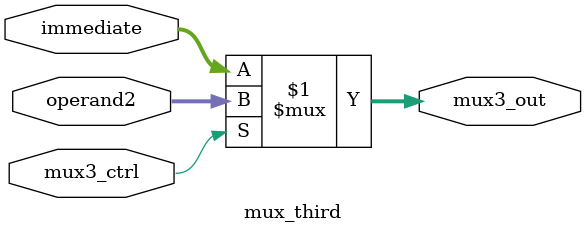
<source format=v>
`timescale 1ns / 1ps
module mux_third(mux3_ctrl, operand2, immediate, mux3_out);
    input [31:0] operand2, immediate; 
    input mux3_ctrl; 
    output [31:0] mux3_out;
    
    assign mux3_out = (mux3_ctrl ? operand2 : immediate);
    
endmodule

</source>
